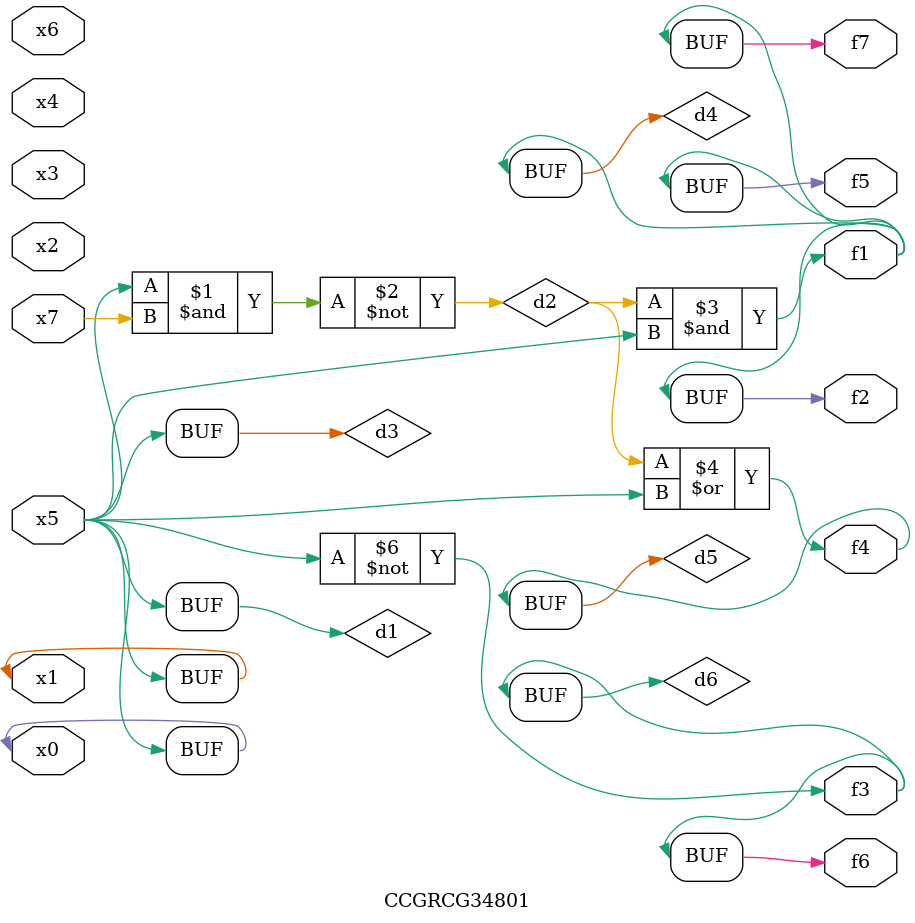
<source format=v>
module CCGRCG34801(
	input x0, x1, x2, x3, x4, x5, x6, x7,
	output f1, f2, f3, f4, f5, f6, f7
);

	wire d1, d2, d3, d4, d5, d6;

	buf (d1, x0, x5);
	nand (d2, x5, x7);
	buf (d3, x0, x1);
	and (d4, d2, d3);
	or (d5, d2, d3);
	nor (d6, d1, d3);
	assign f1 = d4;
	assign f2 = d4;
	assign f3 = d6;
	assign f4 = d5;
	assign f5 = d4;
	assign f6 = d6;
	assign f7 = d4;
endmodule

</source>
